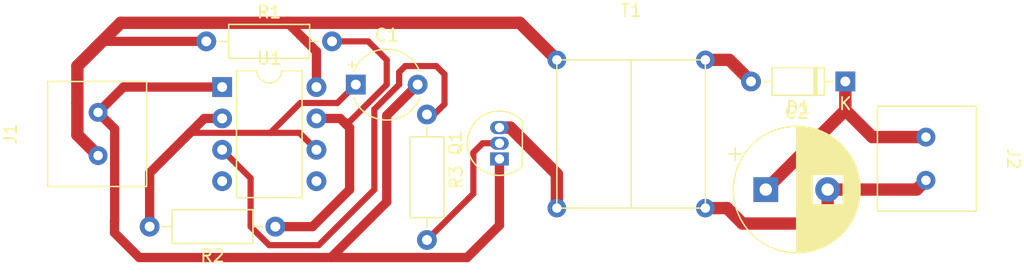
<source format=kicad_pcb>
(kicad_pcb (version 20211014) (generator pcbnew)
  (layers (0 "F.Cu" signal) (31 "B.Cu" signal) (34 "B.Paste" user) (35 "F.Paste" user) (36 "B.SilkS" user "B.Silkscreen") (37 "F.SilkS" user "F.Silkscreen") (38 "B.Mask" user) (39 "F.Mask" user) (44 "Edge.Cuts" user))
  (net 0 "")
  (net 1 "Net-(U1-Pad6)")
  (net 2 "GND")
  (net 3 "Net-(D1-Pad1)")
  (net 4 "Net-(C2-Pad2)")
  (net 5 "Net-(D1-Pad2)")
  (net 6 "VCC")
  (net 7 "Net-(Q1-Pad2)")
  (net 8 "Net-(Q1-Pad3)")
  (net 9 "Net-(U1-Pad7)")
  (net 10 "Net-(R3-Pad1)")
  (footprint "Diode_THT:D_DO-35_SOD27_P7.62mm_Horizontal" (layer "F.Cu") (at 193.56 90.75 180)
    (fp_text reference "D1" (at 3.81 -2.12) (layer "F.SilkS"))
    (fp_text value "1N4148")
    (fp_text user "K" (at 0 -1.8) (layer "F.SilkS"))
    (fp_line (start 5.93 1.12) (end 5.93 -1.12) (layer "F.SilkS") (width 0.12))
    (fp_line (start 1.69 1.12) (end 5.93 1.12) (layer "F.SilkS") (width 0.12))
    (fp_line (start 1.69 -1.12) (end 1.69 1.12) (layer "F.SilkS") (width 0.12))
    (fp_line (start 2.29 -1.12) (end 2.29 1.12) (layer "F.SilkS") (width 0.12))
    (fp_line (start 1.04 0) (end 1.69 0) (layer "F.SilkS") (width 0.12))
    (fp_line (start 2.41 -1.12) (end 2.41 1.12) (layer "F.SilkS") (width 0.12))
    (fp_line (start 6.58 0) (end 5.93 0) (layer "F.SilkS") (width 0.12))
    (fp_line (start 5.93 -1.12) (end 1.69 -1.12) (layer "F.SilkS") (width 0.12))
    (fp_line (start 2.53 -1.12) (end 2.53 1.12) (layer "F.SilkS") (width 0.12))
    (pad "1" thru_hole rect (at 0 0 180) (size 1.6 1.6) (drill 0.8) (layers *.Cu *.Mask) (net 3 "Net-(D1-Pad1)"))
    (pad "2" thru_hole oval (at 7.62 0 180) (size 1.6 1.6) (drill 0.8) (layers *.Cu *.Mask) (net 5 "Net-(D1-Pad2)"))
  )
  (footprint "custom:screw_terminal_small_P_3.5" (layer "F.Cu") (at 205.155 97 -90)
    (fp_text reference "J2" (at 0 -2 -90 unlocked) (layer "F.SilkS"))
    (fp_text value "Vout")
    (fp_rect (start -4.25 1) (end 4.25 9) (layer "F.SilkS") (width 0.12) (fill none))
    (pad "1" thru_hole circle (at -1.75 5.08 270) (size 1.524 1.524) (drill 0.762) (layers *.Cu *.Mask) (net 3 "Net-(D1-Pad1)"))
    (pad "2" thru_hole circle (at 1.75 5.08) (size 1.524 1.524) (drill 0.762) (layers *.Cu *.Mask) (net 4 "Net-(C2-Pad2)"))
  )
  (footprint "Package_DIP:DIP-8_W7.62mm" (layer "F.Cu") (at 143.2 91.2)
    (fp_text reference "U1" (at 3.81 -2.33) (layer "F.SilkS"))
    (fp_text value "NE555P")
    (fp_line (start 6.46 8.95) (end 6.46 -1.33) (layer "F.SilkS") (width 0.12))
    (fp_line (start 6.46 -1.33) (end 4.81 -1.33) (layer "F.SilkS") (width 0.12))
    (fp_line (start 2.81 -1.33) (end 1.16 -1.33) (layer "F.SilkS") (width 0.12))
    (fp_line (start 1.16 8.95) (end 6.46 8.95) (layer "F.SilkS") (width 0.12))
    (fp_line (start 1.16 -1.33) (end 1.16 8.95) (layer "F.SilkS") (width 0.12))
    (fp_arc (start 4.81 -1.33) (mid 3.81 -0.33) (end 2.81 -1.33) (layer "F.SilkS") (width 0.12))
    (pad "1" thru_hole rect (at 0 0) (size 1.6 1.6) (drill 0.8) (layers *.Cu *.Mask) (net 2 "GND"))
    (pad "2" thru_hole oval (at 0 2.54) (size 1.6 1.6) (drill 0.8) (layers *.Cu *.Mask) (net 1 "Net-(U1-Pad6)"))
    (pad "3" thru_hole oval (at 0 5.08) (size 1.6 1.6) (drill 0.8) (layers *.Cu *.Mask) (net 10 "Net-(R3-Pad1)"))
    (pad "4" thru_hole oval (at 0 7.62) (size 1.6 1.6) (drill 0.8) (layers *.Cu *.Mask))
    (pad "5" thru_hole oval (at 7.62 7.62) (size 1.6 1.6) (drill 0.8) (layers *.Cu *.Mask))
    (pad "6" thru_hole oval (at 7.62 5.08) (size 1.6 1.6) (drill 0.8) (layers *.Cu *.Mask) (net 1 "Net-(U1-Pad6)"))
    (pad "7" thru_hole oval (at 7.62 2.54) (size 1.6 1.6) (drill 0.8) (layers *.Cu *.Mask) (net 9 "Net-(U1-Pad7)"))
    (pad "8" thru_hole oval (at 7.62 0) (size 1.6 1.6) (drill 0.8) (layers *.Cu *.Mask) (net 6 "VCC"))
  )
  (footprint "Resistor_THT:R_Axial_DIN0207_L6.3mm_D2.5mm_P10.16mm_Horizontal" (layer "F.Cu") (at 159.75 93.42 -90)
    (fp_text reference "R3" (at 5.08 -2.37 90) (layer "F.SilkS"))
    (fp_text value "4.7k")
    (fp_line (start 1.81 -1.37) (end 1.81 1.37) (layer "F.SilkS") (width 0.12))
    (fp_line (start 8.35 -1.37) (end 1.81 -1.37) (layer "F.SilkS") (width 0.12))
    (fp_line (start 9.12 0) (end 8.35 0) (layer "F.SilkS") (width 0.12))
    (fp_line (start 8.35 1.37) (end 8.35 -1.37) (layer "F.SilkS") (width 0.12))
    (fp_line (start 1.81 1.37) (end 8.35 1.37) (layer "F.SilkS") (width 0.12))
    (fp_line (start 1.04 0) (end 1.81 0) (layer "F.SilkS") (width 0.12))
    (pad "1" thru_hole circle (at 0 0 270) (size 1.6 1.6) (drill 0.8) (layers *.Cu *.Mask) (net 10 "Net-(R3-Pad1)"))
    (pad "2" thru_hole oval (at 10.16 0 270) (size 1.6 1.6) (drill 0.8) (layers *.Cu *.Mask) (net 7 "Net-(Q1-Pad2)"))
  )
  (footprint "custom:toroid_small" (layer "F.Cu") (at 176.25 85.5)
    (fp_text reference "T1" (at 0 -0.5 unlocked) (layer "F.SilkS"))
    (fp_text value "Transformer_1P_1S")
    (fp_rect (start 0 3.5) (end -6 15.5) (layer "F.SilkS") (width 0.12) (fill none))
    (fp_rect (start 0 3.5) (end 6 15.5) (layer "F.SilkS") (width 0.12) (fill none))
    (pad "1" thru_hole circle (at -6 3.5) (size 1.5 1.5) (drill 0.762) (layers *.Cu *.Mask) (net 6 "VCC"))
    (pad "2" thru_hole circle (at -6 15.5) (size 1.5 1.5) (drill 0.762) (layers *.Cu *.Mask) (net 8 "Net-(Q1-Pad3)"))
    (pad "3" thru_hole circle (at 6 15.5) (size 1.5 1.5) (drill 0.762) (layers *.Cu *.Mask) (net 4 "Net-(C2-Pad2)"))
    (pad "4" thru_hole circle (at 6 3.5) (size 1.5 1.5) (drill 0.762) (layers *.Cu *.Mask) (net 5 "Net-(D1-Pad2)"))
  )
  (footprint "Resistor_THT:R_Axial_DIN0207_L6.3mm_D2.5mm_P10.16mm_Horizontal" (layer "F.Cu") (at 141.92 87.5)
    (fp_text reference "R1" (at 5.08 -2.37) (layer "F.SilkS"))
    (fp_text value "4.7k")
    (fp_line (start 8.35 1.37) (end 8.35 -1.37) (layer "F.SilkS") (width 0.12))
    (fp_line (start 1.81 -1.37) (end 1.81 1.37) (layer "F.SilkS") (width 0.12))
    (fp_line (start 9.12 0) (end 8.35 0) (layer "F.SilkS") (width 0.12))
    (fp_line (start 1.81 1.37) (end 8.35 1.37) (layer "F.SilkS") (width 0.12))
    (fp_line (start 8.35 -1.37) (end 1.81 -1.37) (layer "F.SilkS") (width 0.12))
    (fp_line (start 1.04 0) (end 1.81 0) (layer "F.SilkS") (width 0.12))
    (pad "1" thru_hole circle (at 0 0) (size 1.6 1.6) (drill 0.8) (layers *.Cu *.Mask) (net 6 "VCC"))
    (pad "2" thru_hole oval (at 10.16 0) (size 1.6 1.6) (drill 0.8) (layers *.Cu *.Mask) (net 9 "Net-(U1-Pad7)"))
  )
  (footprint "Package_TO_SOT_THT:TO-92_Inline" (layer "F.Cu") (at 165.61 97.02 90)
    (fp_text reference "Q1" (at 1.27 -3.56 90) (layer "F.SilkS"))
    (fp_text value "S8050")
    (fp_line (start -0.53 1.85) (end 3.07 1.85) (layer "F.SilkS") (width 0.12))
    (fp_arc (start -0.568478 1.838478) (mid -1.132087 -0.994977) (end 1.27 -2.6) (layer "F.SilkS") (width 0.12))
    (fp_arc (start 1.27 -2.6) (mid 3.672087 -0.994977) (end 3.108478 1.838478) (layer "F.SilkS") (width 0.12))
    (pad "1" thru_hole rect (at 0 0 90) (size 1.05 1.5) (drill 0.75) (layers *.Cu *.Mask) (net 2 "GND"))
    (pad "2" thru_hole oval (at 1.27 0 90) (size 1.05 1.5) (drill 0.75) (layers *.Cu *.Mask) (net 7 "Net-(Q1-Pad2)"))
    (pad "3" thru_hole oval (at 2.54 0 90) (size 1.05 1.5) (drill 0.75) (layers *.Cu *.Mask) (net 8 "Net-(Q1-Pad3)"))
  )
  (footprint "custom:screw_terminal_small_P_3.5" (layer "F.Cu") (at 128.095 95 90)
    (fp_text reference "J1" (at 0 -2 90 unlocked) (layer "F.SilkS"))
    (fp_text value "Vin")
    (fp_rect (start -4.25 1) (end 4.25 9) (layer "F.SilkS") (width 0.12) (fill none))
    (pad "1" thru_hole circle (at -1.75 5.08 90) (size 1.524 1.524) (drill 0.762) (layers *.Cu *.Mask) (net 6 "VCC"))
    (pad "2" thru_hole circle (at 1.75 5.08 180) (size 1.524 1.524) (drill 0.762) (layers *.Cu *.Mask) (net 2 "GND"))
  )
  (footprint "Resistor_THT:R_Axial_DIN0207_L6.3mm_D2.5mm_P10.16mm_Horizontal" (layer "F.Cu") (at 147.5 102.5 180)
    (fp_text reference "R2" (at 5.08 -2.37) (layer "F.SilkS"))
    (fp_text value "4.7k")
    (fp_line (start 9.12 0) (end 8.35 0) (layer "F.SilkS") (width 0.12))
    (fp_line (start 8.35 -1.37) (end 1.81 -1.37) (layer "F.SilkS") (width 0.12))
    (fp_line (start 1.81 1.37) (end 8.35 1.37) (layer "F.SilkS") (width 0.12))
    (fp_line (start 1.81 -1.37) (end 1.81 1.37) (layer "F.SilkS") (width 0.12))
    (fp_line (start 8.35 1.37) (end 8.35 -1.37) (layer "F.SilkS") (width 0.12))
    (fp_line (start 1.04 0) (end 1.81 0) (layer "F.SilkS") (width 0.12))
    (pad "1" thru_hole circle (at 0 0 180) (size 1.6 1.6) (drill 0.8) (layers *.Cu *.Mask) (net 9 "Net-(U1-Pad7)"))
    (pad "2" thru_hole oval (at 10.16 0 180) (size 1.6 1.6) (drill 0.8) (layers *.Cu *.Mask) (net 1 "Net-(U1-Pad6)"))
  )
  (footprint "Capacitor_THT:CP_Radial_Tantal_D5.5mm_P5.00mm" (layer "F.Cu") (at 154 91)
    (fp_text reference "C1" (at 2.5 -4) (layer "F.SilkS"))
    (fp_text value "100nF")
    (fp_line (start -0.297262 -1.89) (end -0.297262 -1.34) (layer "F.SilkS") (width 0.12))
    (fp_line (start -0.572262 -1.615) (end -0.022262 -1.615) (layer "F.SilkS") (width 0.12))
    (fp_arc (start 5.167077 1.06) (mid 2.5 2.87) (end -0.167077 1.06) (layer "F.SilkS") (width 0.12))
    (fp_arc (start -0.167077 -1.06) (mid 2.5 -2.87) (end 5.167077 -1.06) (layer "F.SilkS") (width 0.12))
    (pad "1" thru_hole rect (at 0 0) (size 1.6 1.6) (drill 0.8) (layers *.Cu *.Mask) (net 1 "Net-(U1-Pad6)"))
    (pad "2" thru_hole circle (at 5 0) (size 1.6 1.6) (drill 0.8) (layers *.Cu *.Mask) (net 2 "GND"))
  )
  (footprint "Capacitor_THT:CP_Radial_D10.0mm_P5.00mm" (layer "F.Cu") (at 187.132323 99.5)
    (fp_text reference "C2" (at 2.5 -6.25) (layer "F.SilkS"))
    (fp_text value "680uF")
    (fp_line (start 7.301 -1.742) (end 7.301 1.742) (layer "F.SilkS") (width 0.12))
    (fp_line (start 4.501 1.241) (end 4.501 4.674) (layer "F.SilkS") (width 0.12))
    (fp_line (start 3.02 -5.054) (end 3.02 5.054) (layer "F.SilkS") (width 0.12))
    (fp_line (start 3.781 1.241) (end 3.781 4.918) (layer "F.SilkS") (width 0.12))
    (fp_line (start 5.701 -3.957) (end 5.701 -1.241) (layer "F.SilkS") (width 0.12))
    (fp_line (start 4.261 -4.768) (end 4.261 -1.241) (layer "F.SilkS") (width 0.12))
    (fp_line (start 4.381 1.241) (end 4.381 4.723) (layer "F.SilkS") (width 0.12))
    (fp_line (start 6.221 1.241) (end 6.221 3.478) (layer "F.SilkS") (width 0.12))
    (fp_line (start 5.181 1.241) (end 5.181 4.323) (layer "F.SilkS") (width 0.12))
    (fp_line (start 5.341 1.241) (end 5.341 4.221) (layer "F.SilkS") (width 0.12))
    (fp_line (start 6.981 -2.439) (end 6.981 2.439) (layer "F.SilkS") (width 0.12))
    (fp_line (start 3.781 -4.918) (end 3.781 -1.241) (layer "F.SilkS") (width 0.12))
    (fp_line (start 5.221 1.241) (end 5.221 4.298) (layer "F.SilkS") (width 0.12))
    (fp_line (start 4.501 -4.674) (end 4.501 -1.241) (layer "F.SilkS") (width 0.12))
    (fp_line (start 6.661 -2.945) (end 6.661 2.945) (layer "F.SilkS") (width 0.12))
    (fp_line (start 5.901 -3.789) (end 5.901 -1.241) (layer "F.SilkS") (width 0.12))
    (fp_line (start 4.021 -4.85) (end 4.021 -1.241) (layer "F.SilkS") (width 0.12))
    (fp_line (start 3.941 1.241) (end 3.941 4.874) (layer "F.SilkS") (width 0.12))
    (fp_line (start 3.18 -5.035) (end 3.18 5.035) (layer "F.SilkS") (width 0.12))
    (fp_line (start -2.979646 -2.875) (end -1.979646 -2.875) (layer "F.SilkS") (width 0.12))
    (fp_line (start 4.661 -4.603) (end 4.661 -1.241) (layer "F.SilkS") (width 0.12))
    (fp_line (start 4.941 -4.462) (end 4.941 -1.241) (layer "F.SilkS") (width 0.12))
    (fp_line (start 5.581 1.241) (end 5.581 4.05) (layer "F.SilkS") (width 0.12))
    (fp_line (start 4.621 1.241) (end 4.621 4.621) (layer "F.SilkS") (width 0.12))
    (fp_line (start 6.021 -3.679) (end 6.021 -1.241) (layer "F.SilkS") (width 0.12))
    (fp_line (start 7.501 -1.062) (end 7.501 1.062) (layer "F.SilkS") (width 0.12))
    (fp_line (start 7.381 -1.51) (end 7.381 1.51) (layer "F.SilkS") (width 0.12))
    (fp_line (start 5.421 -4.166) (end 5.421 -1.241) (layer "F.SilkS") (width 0.12))
    (fp_line (start 4.901 1.241) (end 4.901 4.483) (layer "F.SilkS") (width 0.12))
    (fp_line (start 4.021 1.241) (end 4.021 4.85) (layer "F.SilkS") (width 0.12))
    (fp_line (start 4.421 1.241) (end 4.421 4.707) (layer "F.SilkS") (width 0.12))
    (fp_line (start 3.821 1.241) (end 3.821 4.907) (layer "F.SilkS") (width 0.12))
    (fp_line (start 4.141 1.241) (end 4.141 4.811) (layer "F.SilkS") (width 0.12))
    (fp_line (start 3.14 -5.04) (end 3.14 5.04) (layer "F.SilkS") (width 0.12))
    (fp_line (start 3.301 -5.018) (end 3.301 5.018) (layer "F.SilkS") (width 0.12))
    (fp_line (start 7.541 -0.862) (end 7.541 0.862) (layer "F.SilkS") (width 0.12))
    (fp_line (start 3.381 -5.004) (end 3.381 5.004) (layer "F.SilkS") (width 0.12))
    (fp_line (start 5.821 -3.858) (end 5.821 -1.241) (layer "F.SilkS") (width 0.12))
    (fp_line (start 6.141 1.241) (end 6.141 3.561) (layer "F.SilkS") (width 0.12))
    (fp_line (start 5.021 1.241) (end 5.021 4.417) (layer "F.SilkS") (width 0.12))
    (fp_line (start 2.58 -5.08) (end 2.58 5.08) (layer "F.SilkS") (width 0.12))
    (fp_line (start 7.461 -1.23) (end 7.461 1.23) (layer "F.SilkS") (width 0.12))
    (fp_line (start 6.941 -2.51) (end 6.941 2.51) (layer "F.SilkS") (width 0.12))
    (fp_line (start 5.021 -4.417) (end 5.021 -1.241) (layer "F.SilkS") (width 0.12))
    (fp_line (start 6.141 -3.561) (end 6.141 -1.241) (layer "F.SilkS") (width 0.12))
    (fp_line (start 2.82 -5.07) (end 2.82 5.07) (layer "F.SilkS") (width 0.12))
    (fp_line (start 3.901 1.241) (end 3.901 4.885) (layer "F.SilkS") (width 0.12))
    (fp_line (start 4.741 1.241) (end 4.741 4.564) (layer "F.SilkS") (width 0.12))
    (fp_line (start 2.78 -5.073) (end 2.78 5.073) (layer "F.SilkS") (width 0.12))
    (fp_line (start 5.141 -4.347) (end 5.141 -1.241) (layer "F.SilkS") (width 0.12))
    (fp_line (start 5.101 1.241) (end 5.101 4.371) (layer "F.SilkS") (width 0.12))
    (fp_line (start 5.501 -4.11) (end 5.501 -1.241) (layer "F.SilkS") (width 0.12))
    (fp_line (start 7.021 -2.365) (end 7.021 2.365) (layer "F.SilkS") (width 0.12))
    (fp_line (start 2.5 -5.08) (end 2.5 5.08) (layer "F.SilkS") (width 0.12))
    (fp_line (start 5.541 -4.08) (end 5.541 -1.241) (layer "F.SilkS") (width 0.12))
    (fp_line (start 3.941 -4.874) (end 3.941 -1.241) (layer "F.SilkS") (width 0.12))
    (fp_line (start 2.86 -5.068) (end 2.86 5.068) (layer "F.SilkS") (width 0.12))
    (fp_line (start 7.061 -2.289) (end 7.061 2.289) (layer "F.SilkS") (width 0.12))
    (fp_line (start 5.501 1.241) (end 5.501 4.11) (layer "F.SilkS") (width 0.12))
    (fp_line (start 3.621 -4.956) (end 3.621 4.956) (layer "F.SilkS") (width 0.12))
    (fp_line (start 5.621 -4.02) (end 5.621 -1.241) (layer "F.SilkS") (width 0.12))
    (fp_line (start 4.861 1.241) (end 4.861 4.504) (layer "F.SilkS") (width 0.12))
    (fp_line (start 3.661 -4.947) (end 3.661 4.947) (layer "F.SilkS") (width 0.12))
    (fp_line (start 7.141 -2.125) (end 7.141 2.125) (layer "F.SilkS") (width 0.12))
    (fp_line (start 5.101 -4.371) (end 5.101 -1.241) (layer "F.SilkS") (width 0.12))
    (fp_line (start 4.461 -4.69) (end 4.461 -1.241) (layer "F.SilkS") (width 0.12))
    (fp_line (start 3.861 -4.897) (end 3.861 -1.241) (layer "F.SilkS") (width 0.12))
    (fp_line (start 6.701 -2.889) (end 6.701 2.889) (layer "F.SilkS") (width 0.12))
    (fp_line (start 7.181 -2.037) (end 7.181 2.037) (layer "F.SilkS") (width 0.12))
    (fp_line (start 5.221 -4.298) (end 5.221 -1.241) (layer "F.SilkS") (width 0.12))
    (fp_line (start 5.181 -4.323) (end 5.181 -1.241) (layer "F.SilkS") (width 0.12))
    (fp_line (start 3.221 -5.03) (end 3.221 5.03) (layer "F.SilkS") (width 0.12))
    (fp_line (start 5.381 -4.194) (end 5.381 -1.241) (layer "F.SilkS") (width 0.12))
    (fp_line (start 3.541 -4.974) (end 3.541 4.974) (layer "F.SilkS") (width 0.12))
    (fp_line (start 4.541 1.241) (end 4.541 4.657) (layer "F.SilkS") (width 0.12))
    (fp_line (start 6.021 1.241) (end 6.021 3.679) (layer "F.SilkS") (width 0.12))
    (fp_line (start 3.581 -4.965) (end 3.581 4.965) (layer "F.SilkS") (width 0.12))
    (fp_line (start 4.461 1.241) (end 4.461 4.69) (layer "F.SilkS") (width 0.12))
    (fp_line (start 4.061 -4.837) (end 4.061 -1.241) (layer "F.SilkS") (width 0.12))
    (fp_line (start 6.061 1.241) (end 6.061 3.64) (layer "F.SilkS") (width 0.12))
    (fp_line (start 5.781 1.241) (end 5.781 3.892) (layer "F.SilkS") (width 0.12))
    (fp_line (start 5.301 -4.247) (end 5.301 -1.241) (layer "F.SilkS") (width 0.12))
    (fp_line (start 4.341 1.241) (end 4.341 4.738) (layer "F.SilkS") (width 0.12))
    (fp_line (start 7.101 -2.209) (end 7.101 2.209) (layer "F.SilkS") (width 0.12))
    (fp_line (start 3.461 -4.99) (end 3.461 4.99) (layer "F.SilkS") (width 0.12))
    (fp_line (start 5.661 1.241) (end 5.661 3.989) (layer "F.SilkS") (width 0.12))
    (fp_line (start 4.741 -4.564) (end 4.741 -1.241) (layer "F.SilkS") (width 0.12))
    (fp_line (start 6.421 -3.254) (end 6.421 3.254) (layer "F.SilkS") (width 0.12))
    (fp_line (start 6.181 -3.52) (end 6.181 -1.241) (layer "F.SilkS") (width 0.12))
    (fp_line (start 6.101 1.241) (end 6.101 3.601) (layer "F.SilkS") (width 0.12))
    (fp_line (start 4.221 1.241) (end 4.221 4.783) (layer "F.SilkS") (width 0.12))
    (fp_line (start 3.861 1.241) (end 3.861 4.897) (layer "F.SilkS") (width 0.12))
    (fp_line (start 6.501 -3.156) (end 6.501 3.156) (layer "F.SilkS") (width 0.12))
    (fp_line (start 4.341 -4.738) (end 4.341 -1.241) (layer "F.SilkS") (width 0.12))
    (fp_line (start 5.061 1.241) (end 5.061 4.395) (layer "F.SilkS") (width 0.12))
    (fp_line (start 6.581 -3.054) (end 6.581 3.054) (layer "F.SilkS") (width 0.12))
    (fp_line (start 3.06 -5.05) (end 3.06 5.05) (layer "F.SilkS") (width 0.12))
    (fp_line (start 5.261 1.241) (end 5.261 4.273) (layer "F.SilkS") (width 0.12))
    (fp_line (start 4.701 -4.584) (end 4.701 -1.241) (layer "F.SilkS") (width 0.12))
    (fp_line (start 6.781 -2.77) (end 6.781 2.77) (layer "F.SilkS") (width 0.12))
    (fp_line (start 6.341 -3.347) (end 6.341 3.347) (layer "F.SilkS") (width 0.12))
    (fp_line (start 4.581 1.241) (end 4.581 4.639) (layer "F.SilkS") (width 0.12))
    (fp_line (start 4.101 1.241) (end 4.101 4.824) (layer "F.SilkS") (width 0.12))
    (fp_line (start 7.341 -1.63) (end 7.341 1.63) (layer "F.SilkS") (width 0.12))
    (fp_line (start 4.101 -4.824) (end 4.101 -1.241) (layer "F.SilkS") (width 0.12))
    (fp_line (start 4.581 -4.639) (end 4.581 -1.241) (layer "F.SilkS") (width 0.12))
    (fp_line (start 5.541 1.241) (end 5.541 4.08) (layer "F.SilkS") (width 0.12))
    (fp_line (start 4.701 1.241) (end 4.701 4.584) (layer "F.SilkS") (width 0.12))
    (fp_line (start 4.821 -4.525) (end 4.821 -1.241) (layer "F.SilkS") (width 0.12))
    (fp_line (start 5.941 -3.753) (end 5.941 -1.241) (layer "F.SilkS") (width 0.12))
    (fp_line (start 4.221 -4.783) (end 4.221 -1.241) (layer "F.SilkS") (width 0.12))
    (fp_line (start 5.981 1.241) (end 5.981 3.716) (layer "F.SilkS") (width 0.12))
    (fp_line (start 6.741 -2.83) (end 6.741 2.83) (layer "F.SilkS") (width 0.12))
    (fp_line (start 5.461 1.241) (end 5.461 4.138) (layer "F.SilkS") (width 0.12))
    (fp_line (start 3.261 -5.024) (end 3.261 5.024) (layer "F.SilkS") (width 0.12))
    (fp_line (start 5.941 1.241) (end 5.941 3.753) (layer "F.SilkS") (width 0.12))
    (fp_line (start 2.98 -5.058) (end 2.98 5.058) (layer "F.SilkS") (width 0.12))
    (fp_line (start 3.501 -4.982) (end 3.501 4.982) (layer "F.SilkS") (width 0.12))
    (fp_line (start 7.261 -1.846) (end 7.261 1.846) (layer "F.SilkS") (width 0.12))
    (fp_line (start 5.901 1.241) (end 5.901 3.789) (layer "F.SilkS") (width 0.12))
    (fp_line (start 2.54 -5.08) (end 2.54 5.08) (layer "F.SilkS") (width 0.12))
    (fp_line (start 6.541 -3.106) (end 6.541 3.106) (layer "F.SilkS") (width 0.12))
    (fp_line (start 6.181 1.241) (end 6.181 3.52) (layer "F.SilkS") (width 0.12))
    (fp_line (start 5.701 1.241) (end 5.701 3.957) (layer "F.SilkS") (width 0.12))
    (fp_line (start 5.861 1.241) (end 5.861 3.824) (layer "F.SilkS") (width 0.12))
    (fp_line (start 4.301 1.241) (end 4.301 4.754) (layer "F.SilkS") (width 0.12))
    (fp_line (start 3.981 1.241) (end 3.981 4.862) (layer "F.SilkS") (width 0.12))
    (fp_line (start 3.901 -4.885) (end 3.901 -1.241) (layer "F.SilkS") (width 0.12))
    (fp_line (start 5.061 -4.395) (end 5.061 -1.241) (layer "F.SilkS") (width 0.12))
    (fp_line (start 5.661 -3.989) (end 5.661 -1.241) (layer "F.SilkS") (width 0.12))
    (fp_line (start 5.581 -4.05) (end 5.581 -1.241) (layer "F.SilkS") (width 0.12))
    (fp_line (start 2.62 -5.079) (end 2.62 5.079) (layer "F.SilkS") (width 0.12))
    (fp_line (start 3.701 -4.938) (end 3.701 4.938) (layer "F.SilkS") (width 0.12))
    (fp_line (start -2.479646 -3.375) (end -2.479646 -2.375) (layer "F.SilkS") (width 0.12))
    (fp_line (start 7.421 -1.378) (end 7.421 1.378) (layer "F.SilkS") (width 0.12))
    (fp_line (start 4.941 1.241) (end 4.941 4.462) (layer "F.SilkS") (width 0.12))
    (fp_line (start 3.1 -5.045) (end 3.1 5.045) (layer "F.SilkS") (width 0.12))
    (fp_line (start 3.821 -4.907) (end 3.821 -1.241) (layer "F.SilkS") (width 0.12))
    (fp_line (start 7.221 -1.944) (end 7.221 1.944) (layer "F.SilkS") (width 0.12))
    (fp_line (start 5.341 -4.221) (end 5.341 -1.241) (layer "F.SilkS") (width 0.12))
    (fp_line (start 2.7 -5.077) (end 2.7 5.077) (layer "F.SilkS") (width 0.12))
    (fp_line (start 6.301 -3.392) (end 6.301 3.392) (layer "F.SilkS") (width 0.12))
    (fp_line (start 5.981 -3.716) (end 5.981 -1.241) (layer "F.SilkS") (width 0.12))
    (fp_line (start 6.901 -2.579) (end 6.901 2.579) (layer "F.SilkS") (width 0.12))
    (fp_line (start 6.821 -2.709) (end 6.821 2.709) (layer "F.SilkS") (width 0.12))
    (fp_line (start 4.981 1.241) (end 4.981 4.44) (layer "F.SilkS") (width 0.12))
    (fp_line (start 4.301 -4.754) (end 4.301 -1.241) (layer "F.SilkS") (width 0.12))
    (fp_line (start 6.621 -3) (end 6.621 3) (layer "F.SilkS") (width 0.12))
    (fp_line (start 2.94 -5.062) (end 2.94 5.062) (layer "F.SilkS") (width 0.12))
    (fp_line (start 5.421 1.241) (end 5.421 4.166) (layer "F.SilkS") (width 0.12))
    (fp_line (start 4.781 1.241) (end 4.781 4.545) (layer "F.SilkS") (width 0.12))
    (fp_line (start 4.981 -4.44) (end 4.981 -1.241) (layer "F.SilkS") (width 0.12))
    (fp_line (start 6.101 -3.601) (end 6.101 -1.241) (layer "F.SilkS") (width 0.12))
    (fp_line (start 5.781 -3.892) (end 5.781 -1.241) (layer "F.SilkS") (width 0.12))
    (fp_line (start 6.381 -3.301) (end 6.381 3.301) (layer "F.SilkS") (width 0.12))
    (fp_line (start 6.061 -3.64) (end 6.061 -1.241) (layer "F.SilkS") (width 0.12))
    (fp_line (start 6.861 -2.645) (end 6.861 2.645) (layer "F.SilkS") (width 0.12))
    (fp_line (start 3.741 -4.928) (end 3.741 4.928) (layer "F.SilkS") (width 0.12))
    (fp_line (start 4.901 -4.483) (end 4.901 -1.241) (layer "F.SilkS") (width 0.12))
    (fp_line (start 5.621 1.241) (end 5.621 4.02) (layer "F.SilkS") (width 0.12))
    (fp_line (start 5.741 1.241) (end 5.741 3.925) (layer "F.SilkS") (width 0.12))
    (fp_line (start 4.861 -4.504) (end 4.861 -1.241) (layer "F.SilkS") (width 0.12))
    (fp_line (start 4.781 -4.545) (end 4.781 -1.241) (layer "F.SilkS") (width 0.12))
    (fp_line (start 4.181 -4.797) (end 4.181 -1.241) (layer "F.SilkS") (width 0.12))
    (fp_line (start 6.261 -3.436) (end 6.261 3.436) (layer "F.SilkS") (width 0.12))
    (fp_line (start 5.861 -3.824) (end 5.861 -1.241) (layer "F.SilkS") (width 0.12))
    (fp_line (start 5.381 1.241) (end 5.381 4.194) (layer "F.SilkS") (width 0.12))
    (fp_line (start 5.261 -4.273) (end 5.261 -1.241) (layer "F.SilkS") (width 0.12))
    (fp_line (start 4.381 -4.723) (end 4.381 -1.241) (layer "F.SilkS") (width 0.12))
    (fp_line (start 6.461 -3.206) (end 6.461 3.206) (layer "F.SilkS") (width 0.12))
    (fp_line (start 4.621 -4.621) (end 4.621 -1.241) (layer "F.SilkS") (width 0.12))
    (fp_line (start 4.421 -4.707) (end 4.421 -1.241) (layer "F.SilkS") (width 0.12))
    (fp_line (start 5.741 -3.925) (end 5.741 -1.241) (layer "F.SilkS") (width 0.12))
    (fp_line (start 4.261 1.241) (end 4.261 4.768) (layer "F.SilkS") (width 0.12))
    (fp_line (start 5.821 1.241) (end 5.821 3.858) (layer "F.SilkS") (width 0.12))
    (fp_line (start 7.581 -0.599) (end 7.581 0.599) (layer "F.SilkS") (width 0.12))
    (fp_line (start 4.141 -4.811) (end 4.141 -1.241) (layer "F.SilkS") (width 0.12))
    (fp_line (start 4.821 1.241) (end 4.821 4.525) (layer "F.SilkS") (width 0.12))
    (fp_line (start 5.301 1.241) (end 5.301 4.247) (layer "F.SilkS") (width 0.12))
    (fp_line (start 2.66 -5.078) (end 2.66 5.078) (layer "F.SilkS") (width 0.12))
    (fp_line (start 4.661 1.241) (end 4.661 4.603) (layer "F.SilkS") (width 0.12))
    (fp_line (start 5.461 -4.138) (end 5.461 -1.241) (layer "F.SilkS") (width 0.12))
    (fp_line (start 6.221 -3.478) (end 6.221 -1.241) (layer "F.SilkS") (width 0.12))
    (fp_line (start 2.74 -5.075) (end 2.74 5.075) (layer "F.SilkS") (width 0.12))
    (fp_line (start 4.061 1.241) (end 4.061 4.837) (layer "F.SilkS") (width 0.12))
    (fp_line (start 3.421 -4.997) (end 3.421 4.997) (layer "F.SilkS") (width 0.12))
    (fp_line (start 3.341 -5.011) (end 3.341 5.011) (layer "F.SilkS") (width 0.12))
    (fp_line (start 2.9 -5.065) (end 2.9 5.065) (layer "F.SilkS") (width 0.12))
    (fp_line (start 5.141 1.241) (end 5.141 4.347) (layer "F.SilkS") (width 0.12))
    (fp_line (start 3.981 -4.862) (end 3.981 -1.241) (layer "F.SilkS") (width 0.12))
    (fp_line (start 4.181 1.241) (end 4.181 4.797) (layer "F.SilkS") (width 0.12))
    (fp_line (start 4.541 -4.657) (end 4.541 -1.241) (layer "F.SilkS") (width 0.12))
    (fp_circle (center 2.5 0) (end 7.62 0) (layer "F.SilkS") (width 0.12) (fill none))
    (pad "1" thru_hole rect (at 0 0) (size 2 2) (drill 1) (layers *.Cu *.Mask) (net 3 "Net-(D1-Pad1)"))
    (pad "2" thru_hole circle (at 5 0) (size 2 2) (drill 1) (layers *.Cu *.Mask) (net 4 "Net-(C2-Pad2)"))
  )
  (segment (start 152.509511 92.490489) (end 149.509511 92.490489) (width 0.5) (layer "F.Cu") (net 1))
  (segment (start 149.509511 92.490489) (end 147.094511 94.905489) (width 0.5) (layer "F.Cu") (net 1))
  (segment (start 147.094511 94.905489) (end 149.445489 94.905489) (width 0.5) (layer "F.Cu") (net 1))
  (segment (start 137.34 98.16) (end 137.34 102.5) (width 0.75) (layer "F.Cu") (net 1))
  (segment (start 140.594511 94.905489) (end 147.094511 94.905489) (width 0.5) (layer "F.Cu") (net 1))
  (segment (start 143.2 93.74) (end 141.76 93.74) (width 0.75) (layer "F.Cu") (net 1))
  (segment (start 149.445489 94.905489) (end 150.82 96.28) (width 0.5) (layer "F.Cu") (net 1))
  (segment (start 140.5 95) (end 140.594511 94.905489) (width 0.75) (layer "F.Cu") (net 1))
  (segment (start 141.76 93.74) (end 140.5 95) (width 0.75) (layer "F.Cu") (net 1))
  (segment (start 154 91) (end 152.509511 92.490489) (width 0.5) (layer "F.Cu") (net 1))
  (segment (start 140.5 95) (end 137.34 98.16) (width 0.75) (layer "F.Cu") (net 1))
  (segment (start 134.5 103) (end 134.5 102) (width 0.75) (layer "F.Cu") (net 2))
  (segment (start 134.511511 94.586511) (end 133.175 93.25) (width 0.75) (layer "F.Cu") (net 2))
  (segment (start 159 91) (end 156.5 93.5) (width 0.75) (layer "F.Cu") (net 2))
  (segment (start 152 105) (end 163 105) (width 0.75) (layer "F.Cu") (net 2))
  (segment (start 165.61 102.39) (end 165.61 97.02) (width 0.75) (layer "F.Cu") (net 2))
  (segment (start 156.5 100.5) (end 152 105) (width 0.75) (layer "F.Cu") (net 2))
  (segment (start 134.511511 101.988489) (end 134.511511 94.586511) (width 0.75) (layer "F.Cu") (net 2))
  (segment (start 156.5 93.5) (end 156.5 100.5) (width 0.75) (layer "F.Cu") (net 2))
  (segment (start 143.2 91.2) (end 135.225 91.2) (width 0.75) (layer "F.Cu") (net 2))
  (segment (start 152 105) (end 136.5 105) (width 0.75) (layer "F.Cu") (net 2))
  (segment (start 163 105) (end 165.61 102.39) (width 0.75) (layer "F.Cu") (net 2))
  (segment (start 135.225 91.2) (end 133.175 93.25) (width 0.75) (layer "F.Cu") (net 2))
  (segment (start 136.5 105) (end 134.5 103) (width 0.75) (layer "F.Cu") (net 2))
  (segment (start 134.5 102) (end 134.511511 101.988489) (width 0.75) (layer "F.Cu") (net 2))
  (segment (start 200.075 95.25) (end 195.737677 95.25) (width 1) (layer "F.Cu") (net 3))
  (segment (start 193.56 90.75) (end 193.56 93.072323) (width 1) (layer "F.Cu") (net 3))
  (segment (start 193.56 93.072323) (end 187.132323 99.5) (width 1) (layer "F.Cu") (net 3))
  (segment (start 195.737677 95.25) (end 193.56 93.072323) (width 1) (layer "F.Cu") (net 3))
  (segment (start 182.25 101) (end 184 101) (width 1) (layer "F.Cu") (net 4))
  (segment (start 184 101) (end 185.25 102.25) (width 1) (layer "F.Cu") (net 4))
  (segment (start 191 102.25) (end 192.132323 101.117677) (width 1) (layer "F.Cu") (net 4))
  (segment (start 185.25 102.25) (end 191 102.25) (width 1) (layer "F.Cu") (net 4))
  (segment (start 192.132323 101.117677) (end 192.132323 99.5) (width 1) (layer "F.Cu") (net 4))
  (segment (start 199.325 99.5) (end 200.075 98.75) (width 1) (layer "F.Cu") (net 4))
  (segment (start 192.132323 99.5) (end 199.325 99.5) (width 1) (layer "F.Cu") (net 4))
  (segment (start 184.19 89) (end 185.94 90.75) (width 1) (layer "F.Cu") (net 5))
  (segment (start 182.25 89) (end 184.19 89) (width 1) (layer "F.Cu") (net 5))
  (segment (start 167.25 86) (end 170.25 89) (width 1) (layer "F.Cu") (net 6))
  (segment (start 131.5 92) (end 131.5 92.5) (width 0.75) (layer "F.Cu") (net 6))
  (segment (start 148.5 86) (end 135 86) (width 1) (layer "F.Cu") (net 6))
  (segment (start 133.5 87.5) (end 133.25 87.75) (width 0.75) (layer "F.Cu") (net 6))
  (segment (start 133 88) (end 131.5 89.5) (width 1) (layer "F.Cu") (net 6))
  (segment (start 131.5 92.5) (end 131.5 95.075) (width 1) (layer "F.Cu") (net 6))
  (segment (start 131.5 89.5) (end 131.5 92.5) (width 1) (layer "F.Cu") (net 6))
  (segment (start 135 86) (end 133.25 87.75) (width 1) (layer "F.Cu") (net 6))
  (segment (start 148.5 86) (end 167.25 86) (width 1) (layer "F.Cu") (net 6))
  (segment (start 141.92 87.5) (end 133.5 87.5) (width 0.75) (layer "F.Cu") (net 6))
  (segment (start 150.82 88.32) (end 148.5 86) (width 0.75) (layer "F.Cu") (net 6))
  (segment (start 131.5 95.075) (end 133.175 96.75) (width 1) (layer "F.Cu") (net 6))
  (segment (start 133.25 87.75) (end 133 88) (width 1) (layer "F.Cu") (net 6))
  (segment (start 150.82 91.2) (end 150.82 88.32) (width 0.75) (layer "F.Cu") (net 6))
  (segment (start 163.5 99.83) (end 163.5 96.5) (width 0.5) (layer "F.Cu") (net 7))
  (segment (start 163.5 96.5) (end 164.25 95.75) (width 0.5) (layer "F.Cu") (net 7))
  (segment (start 159.75 103.58) (end 163.5 99.83) (width 0.5) (layer "F.Cu") (net 7))
  (segment (start 164.25 95.75) (end 165.61 95.75) (width 0.5) (layer "F.Cu") (net 7))
  (segment (start 165.61 94.48) (end 166.48 94.48) (width 1) (layer "F.Cu") (net 8))
  (segment (start 166.48 94.48) (end 170.25 98.25) (width 1) (layer "F.Cu") (net 8))
  (segment (start 170.25 98.25) (end 170.25 101) (width 1) (layer "F.Cu") (net 8))
  (segment (start 153.5 94.5) (end 152.74 93.74) (width 0.75) (layer "F.Cu") (net 9))
  (segment (start 147.5 102.5) (end 150.5 102.5) (width 0.75) (layer "F.Cu") (net 9))
  (segment (start 156.5 89) (end 156.5 90.999022) (width 0.5) (layer "F.Cu") (net 9))
  (segment (start 152.08 87.5) (end 155 87.5) (width 0.5) (layer "F.Cu") (net 9))
  (segment (start 156.5 90.999022) (end 153.499022 94) (width 0.5) (layer "F.Cu") (net 9))
  (segment (start 153.499022 94) (end 153 94) (width 0.5) (layer "F.Cu") (net 9))
  (segment (start 153.5 99.5) (end 153.5 94.5) (width 0.75) (layer "F.Cu") (net 9))
  (segment (start 152.74 93.74) (end 150.82 93.74) (width 0.75) (layer "F.Cu") (net 9))
  (segment (start 150.5 102.5) (end 153.5 99.5) (width 0.75) (layer "F.Cu") (net 9))
  (segment (start 155 87.5) (end 156.5 89) (width 0.5) (layer "F.Cu") (net 9))
  (segment (start 159.75 93.42) (end 160.33 93.42) (width 0.5) (layer "F.Cu") (net 10))
  (segment (start 145.5 98.58) (end 143.2 96.28) (width 0.5) (layer "F.Cu") (net 10))
  (segment (start 151 104) (end 147 104) (width 0.5) (layer "F.Cu") (net 10))
  (segment (start 161.17 90.17) (end 160.5 89.5) (width 0.5) (layer "F.Cu") (net 10))
  (segment (start 147 104) (end 145.5 102.5) (width 0.5) (layer "F.Cu") (net 10))
  (segment (start 145.5 102.5) (end 145.5 98.58) (width 0.5) (layer "F.Cu") (net 10))
  (segment (start 158 89.5) (end 157.5 90) (width 0.5) (layer "F.Cu") (net 10))
  (segment (start 160.5 89.5) (end 158 89.5) (width 0.5) (layer "F.Cu") (net 10))
  (segment (start 155.5 93) (end 155.5 99.5) (width 0.5) (layer "F.Cu") (net 10))
  (segment (start 155.5 99.5) (end 151 104) (width 0.5) (layer "F.Cu") (net 10))
  (segment (start 157.5 90) (end 157.5 91) (width 0.5) (layer "F.Cu") (net 10))
  (segment (start 160.33 93.42) (end 161.17 92.58) (width 0.5) (layer "F.Cu") (net 10))
  (segment (start 157.5 91) (end 155.5 93) (width 0.5) (layer "F.Cu") (net 10))
  (segment (start 161.17 92.58) (end 161.17 90.17) (width 0.5) (layer "F.Cu") (net 10))
)
</source>
